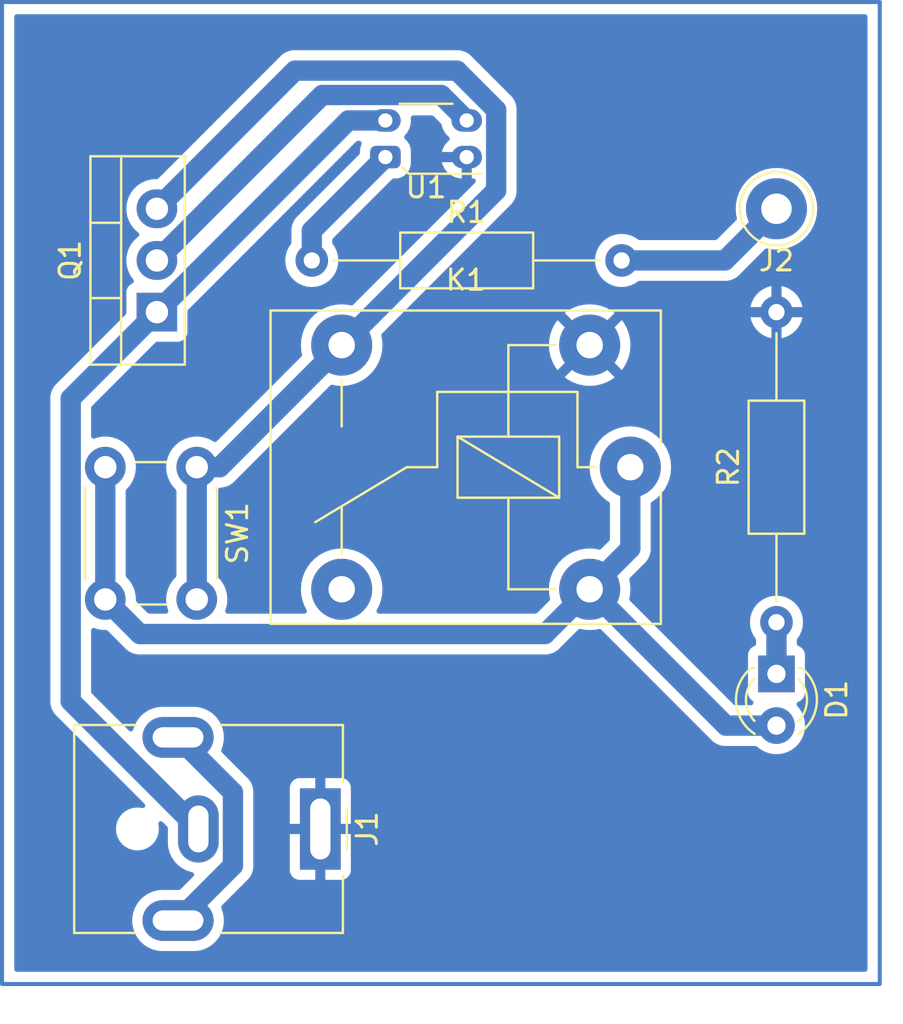
<source format=kicad_pcb>
(kicad_pcb (version 20221018) (generator pcbnew)
  (layers (0 "F.Cu" signal) (31 "B.Cu" signal) (34 "B.Paste" user) (35 "F.Paste" user) (36 "B.SilkS" user "B.Silkscreen") (37 "F.SilkS" user "F.Silkscreen") (38 "B.Mask" user) (39 "F.Mask" user) (44 "Edge.Cuts" user))
  (net 0 "")
  (net 1 "Net-(D1-K)")
  (net 2 "Net-(D1-A)")
  (net 3 "Net-(J1-Pin_2)")
  (net 4 "unconnected-(J1-MountPin-PadMP)")
  (net 5 "Net-(J2-Pin_1)")
  (net 7 "Net-(Q1-E)")
  (net 8 "Net-(Q1-B)")
  (net 9 "Net-(U1-A)")
  (net 10 "Earth")
  (footprint "Relay_THT:Relay_SPDT_Finder_36.11" (layer "F.Cu") (at 140.13 101.6 180)
    (fp_text reference "K1" (at 8.1 9.2) (layer "F.SilkS"))
    (fp_text value "RAYEX-L90S")
    (fp_line (start -1.5 -7.7) (end -1.5 -1.2) (stroke (width 0.12)) (layer "F.SilkS"))
    (fp_line (start -1.5 -7.7) (end 17.7 -7.7) (stroke (width 0.12)) (layer "F.SilkS"))
    (fp_line (start -1.5 1.2) (end -1.5 7.7) (stroke (width 0.12)) (layer "F.SilkS"))
    (fp_line (start 2.6 0) (end 1.7 0) (stroke (width 0.12)) (layer "F.SilkS"))
    (fp_line (start 2.6 0) (end 2.6 3.7) (stroke (width 0.12)) (layer "F.SilkS"))
    (fp_line (start 3.5 -1.5) (end 8.5 -1.5) (stroke (width 0.12)) (layer "F.SilkS"))
    (fp_line (start 3.5 1.5) (end 3.5 -1.5) (stroke (width 0.12)) (layer "F.SilkS"))
    (fp_line (start 3.7 6) (end 6 6) (stroke (width 0.12)) (layer "F.SilkS"))
    (fp_line (start 6 -6) (end 3.7 -6) (stroke (width 0.12)) (layer "F.SilkS"))
    (fp_line (start 6 -6) (end 6 -1.5) (stroke (width 0.12)) (layer "F.SilkS"))
    (fp_line (start 6 1.5) (end 6 6) (stroke (width 0.12)) (layer "F.SilkS"))
    (fp_line (start 8.5 -1.5) (end 8.5 1.5) (stroke (width 0.12)) (layer "F.SilkS"))
    (fp_line (start 8.5 1.5) (end 3.5 -1.5) (stroke (width 0.12)) (layer "F.SilkS"))
    (fp_line (start 8.5 1.5) (end 3.5 1.5) (stroke (width 0.12)) (layer "F.SilkS"))
    (fp_line (start 9.5 0) (end 9.5 3.7) (stroke (width 0.12)) (layer "F.SilkS"))
    (fp_line (start 9.5 0) (end 11 0) (stroke (width 0.12)) (layer "F.SilkS"))
    (fp_line (start 9.5 3.7) (end 2.6 3.7) (stroke (width 0.12)) (layer "F.SilkS"))
    (fp_line (start 11 0) (end 15.5 -2.7) (stroke (width 0.12)) (layer "F.SilkS"))
    (fp_line (start 14.2 -4.3) (end 14.2 -2) (stroke (width 0.12)) (layer "F.SilkS"))
    (fp_line (start 14.2 4.3) (end 14.2 2) (stroke (width 0.12)) (layer "F.SilkS"))
    (fp_line (start 17.7 -7.7) (end 17.7 7.7) (stroke (width 0.12)) (layer "F.SilkS"))
    (fp_line (start 17.7 7.7) (end -1.5 7.7) (stroke (width 0.12)) (layer "F.SilkS"))
    (pad "11" thru_hole circle (at 0 0 180) (size 3 3) (drill 1.3) (layers "*.Cu" "*.Mask") (net 2 "Net-(D1-A)"))
    (pad "12" thru_hole circle (at 14.2 -6 180) (size 3 3) (drill 1.3) (layers "*.Cu" "*.Mask"))
    (pad "14" thru_hole circle (at 14.2 6 180) (size 3 3) (drill 1.3) (layers "*.Cu" "*.Mask") (net 7 "Net-(Q1-E)"))
    (pad "A1" thru_hole circle (at 2 6 180) (size 3 3) (drill 1.3) (layers "*.Cu" "*.Mask") (net 10 "Earth"))
    (pad "A2" thru_hole circle (at 2 -6 180) (size 3 3) (drill 1.3) (layers "*.Cu" "*.Mask") (net 2 "Net-(D1-A)"))
  )
  (footprint "Package_TO_SOT_THT:TO-220-3_Vertical" (layer "F.Cu") (at 116.84 93.98 90)
    (fp_text reference "Q1" (at 2.54 -4.27 90) (layer "F.SilkS"))
    (fp_text value "NPN")
    (fp_line (start -2.58 -3.27) (end -2.58 1.371) (stroke (width 0.12)) (layer "F.SilkS"))
    (fp_line (start -2.58 -3.27) (end 7.66 -3.27) (stroke (width 0.12)) (layer "F.SilkS"))
    (fp_line (start -2.58 -1.76) (end 7.66 -1.76) (stroke (width 0.12)) (layer "F.SilkS"))
    (fp_line (start -2.58 1.371) (end 7.66 1.371) (stroke (width 0.12)) (layer "F.SilkS"))
    (fp_line (start 0.69 -3.27) (end 0.69 -1.76) (stroke (width 0.12)) (layer "F.SilkS"))
    (fp_line (start 4.391 -3.27) (end 4.391 -1.76) (stroke (width 0.12)) (layer "F.SilkS"))
    (fp_line (start 7.66 -3.27) (end 7.66 1.371) (stroke (width 0.12)) (layer "F.SilkS"))
    (pad "1" thru_hole rect (at 0 0 90) (size 1.905 2) (drill 1.1) (layers "*.Cu" "*.Mask") (net 3 "Net-(J1-Pin_2)"))
    (pad "2" thru_hole oval (at 2.54 0 90) (size 1.905 2) (drill 1.1) (layers "*.Cu" "*.Mask") (net 8 "Net-(Q1-B)"))
    (pad "3" thru_hole oval (at 5.08 0 90) (size 1.905 2) (drill 1.1) (layers "*.Cu" "*.Mask") (net 7 "Net-(Q1-E)"))
  )
  (footprint "OptoDevice:OnSemi_CASE100AQ" (layer "F.Cu") (at 128.08 86.36 90)
    (fp_text reference "U1" (at -1.5 2) (layer "F.SilkS"))
    (fp_text value "NSL-32")
    (fp_line (start -0.82 1.15) (end -0.82 4.73) (stroke (width 0.12)) (layer "F.SilkS"))
    (fp_line (start -0.49 0.82) (end -0.82 1.15) (stroke (width 0.12)) (layer "F.SilkS"))
    (fp_line (start 2.62 3.3) (end 2.62 0.7) (stroke (width 0.12)) (layer "F.SilkS"))
    (pad "1" thru_hole roundrect (at 0 0 90) (size 1.1 1.5) (drill 0.7) (layers "*.Cu" "*.Mask") (net 9 "Net-(U1-A)"))
    (pad "2" thru_hole oval (at 0 4 90) (size 1.1 1.5) (drill 0.7) (layers "*.Cu" "*.Mask") (net 10 "Earth"))
    (pad "3" thru_hole oval (at 1.8 4 90) (size 1.1 1.5) (drill 0.7) (layers "*.Cu" "*.Mask") (net 8 "Net-(Q1-B)"))
    (pad "4" thru_hole oval (at 1.8 0 90) (size 1.1 1.5) (drill 0.7) (layers "*.Cu" "*.Mask") (net 3 "Net-(J1-Pin_2)"))
  )
  (footprint "Connector_BarrelJack:BarrelJack_CUI_PJ-063AH_Horizontal" (layer "F.Cu") (at 124.88 119.38 -90)
    (fp_text reference "J1" (at 0 -2.3 90) (layer "F.SilkS"))
    (fp_text value "Conn_01x02_MountingPin")
    (fp_line (start -5.11 -1.11) (end -2.3 -1.11) (stroke (width 0.12)) (layer "F.SilkS"))
    (fp_line (start -5.11 4.95) (end -5.11 -1.11) (stroke (width 0.12)) (layer "F.SilkS"))
    (fp_line (start -5.11 12.11) (end -5.11 9.05) (stroke (width 0.12)) (layer "F.SilkS"))
    (fp_line (start -1 -1.3) (end 1 -1.3) (stroke (width 0.12)) (layer "F.SilkS"))
    (fp_line (start 2.3 -1.11) (end 5.11 -1.11) (stroke (width 0.12)) (layer "F.SilkS"))
    (fp_line (start 5.11 -1.11) (end 5.11 4.95) (stroke (width 0.12)) (layer "F.SilkS"))
    (fp_line (start 5.11 9.05) (end 5.11 12.11) (stroke (width 0.12)) (layer "F.SilkS"))
    (fp_line (start 5.11 12.11) (end -5.11 12.11) (stroke (width 0.12)) (layer "F.SilkS"))
    (pad "" np_thru_hole circle (at 0 9 270) (size 1.6 1.6) (drill 1.6) (layers "*.Cu" "*.Mask"))
    (pad "1" thru_hole rect (at 0 0 270) (size 4 2) (drill oval 3 1) (layers "*.Cu" "*.Mask") (net 10 "Earth"))
    (pad "2" thru_hole oval (at 0 6 270) (size 3.3 2) (drill oval 2.3 1) (layers "*.Cu" "*.Mask") (net 3 "Net-(J1-Pin_2)"))
    (pad "MP" thru_hole oval (at -4.5 7 270) (size 2 3.5) (drill oval 1 2.5) (layers "*.Cu" "*.Mask") (net 4 "unconnected-(J1-MountPin-PadMP)"))
    (pad "MP" thru_hole oval (at 4.5 7 270) (size 2 3.5) (drill oval 1 2.5) (layers "*.Cu" "*.Mask") (net 4 "unconnected-(J1-MountPin-PadMP)"))
  )
  (footprint "Resistor_THT:R_Axial_DIN0207_L6.3mm_D2.5mm_P15.24mm_Horizontal" (layer "F.Cu") (at 147.32 109.22 90)
    (fp_text reference "R2" (at 7.62 -2.37 90) (layer "F.SilkS"))
    (fp_text value "R")
    (fp_line (start 1.04 0) (end 4.35 0) (stroke (width 0.12)) (layer "F.SilkS"))
    (fp_line (start 4.35 -1.37) (end 4.35 1.37) (stroke (width 0.12)) (layer "F.SilkS"))
    (fp_line (start 4.35 1.37) (end 10.89 1.37) (stroke (width 0.12)) (layer "F.SilkS"))
    (fp_line (start 10.89 -1.37) (end 4.35 -1.37) (stroke (width 0.12)) (layer "F.SilkS"))
    (fp_line (start 10.89 1.37) (end 10.89 -1.37) (stroke (width 0.12)) (layer "F.SilkS"))
    (fp_line (start 14.2 0) (end 10.89 0) (stroke (width 0.12)) (layer "F.SilkS"))
    (pad "1" thru_hole circle (at 0 0 90) (size 1.6 1.6) (drill 0.8) (layers "*.Cu" "*.Mask") (net 1 "Net-(D1-K)"))
    (pad "2" thru_hole oval (at 15.24 0 90) (size 1.6 1.6) (drill 0.8) (layers "*.Cu" "*.Mask") (net 10 "Earth"))
  )
  (footprint "Resistor_THT:R_Axial_DIN0207_L6.3mm_D2.5mm_P15.24mm_Horizontal" (layer "F.Cu") (at 124.46 91.44)
    (fp_text reference "R1" (at 7.62 -2.37) (layer "F.SilkS"))
    (fp_text value "R")
    (fp_line (start 1.04 0) (end 4.35 0) (stroke (width 0.12)) (layer "F.SilkS"))
    (fp_line (start 4.35 -1.37) (end 4.35 1.37) (stroke (width 0.12)) (layer "F.SilkS"))
    (fp_line (start 4.35 1.37) (end 10.89 1.37) (stroke (width 0.12)) (layer "F.SilkS"))
    (fp_line (start 10.89 -1.37) (end 4.35 -1.37) (stroke (width 0.12)) (layer "F.SilkS"))
    (fp_line (start 10.89 1.37) (end 10.89 -1.37) (stroke (width 0.12)) (layer "F.SilkS"))
    (fp_line (start 14.2 0) (end 10.89 0) (stroke (width 0.12)) (layer "F.SilkS"))
    (pad "1" thru_hole circle (at 0 0) (size 1.6 1.6) (drill 0.8) (layers "*.Cu" "*.Mask") (net 9 "Net-(U1-A)"))
    (pad "2" thru_hole oval (at 15.24 0) (size 1.6 1.6) (drill 0.8) (layers "*.Cu" "*.Mask") (net 5 "Net-(J2-Pin_1)"))
  )
  (footprint "Connector_Pin:Pin_D1.3mm_L11.0mm_LooseFit" (layer "F.Cu") (at 147.32 88.9)
    (fp_text reference "J2" (at 0 2.55) (layer "F.SilkS"))
    (fp_text value "Conn_01x01_Pin")
    (fp_circle (center 0 0) (end 1.8 0.05) (stroke (width 0.12)) (fill none) (layer "F.SilkS"))
    (pad "1" thru_hole circle (at 0 0) (size 3 3) (drill 1.5) (layers "*.Cu" "*.Mask") (net 5 "Net-(J2-Pin_1)"))
  )
  (footprint "Button_Switch_THT:SW_PUSH_6mm" (layer "F.Cu") (at 118.8 101.6 -90)
    (fp_text reference "SW1" (at 3.25 -2 90) (layer "F.SilkS"))
    (fp_text value "SW_Push")
    (fp_line (start -0.25 1.5) (end -0.25 3) (stroke (width 0.12)) (layer "F.SilkS"))
    (fp_line (start 1 5.5) (end 5.5 5.5) (stroke (width 0.12)) (layer "F.SilkS"))
    (fp_line (start 5.5 -1) (end 1 -1) (stroke (width 0.12)) (layer "F.SilkS"))
    (fp_line (start 6.75 3) (end 6.75 1.5) (stroke (width 0.12)) (layer "F.SilkS"))
    (pad "1" thru_hole circle (at 0 0) (size 2 2) (drill 1.1) (layers "*.Cu" "*.Mask") (net 7 "Net-(Q1-E)"))
    (pad "1" thru_hole circle (at 6.5 0) (size 2 2) (drill 1.1) (layers "*.Cu" "*.Mask") (net 7 "Net-(Q1-E)"))
    (pad "2" thru_hole circle (at 0 4.5) (size 2 2) (drill 1.1) (layers "*.Cu" "*.Mask") (net 2 "Net-(D1-A)"))
    (pad "2" thru_hole circle (at 6.5 4.5) (size 2 2) (drill 1.1) (layers "*.Cu" "*.Mask") (net 2 "Net-(D1-A)"))
  )
  (footprint "LED_THT:LED_D3.0mm" (layer "F.Cu") (at 147.32 111.76 -90)
    (fp_text reference "D1" (at 1.27 -2.96 90) (layer "F.SilkS"))
    (fp_text value "LED")
    (fp_line (start -0.29 -1.236) (end -0.29 -1.08) (stroke (width 0.12)) (layer "F.SilkS"))
    (fp_line (start -0.29 1.08) (end -0.29 1.236) (stroke (width 0.12)) (layer "F.SilkS"))
    (fp_arc (start -0.29 -1.235516) (mid 1.366487 -1.987659) (end 2.942335 -1.078608) (stroke (width 0.12)) (layer "F.SilkS"))
    (fp_arc (start 0.229039 -1.08) (mid 1.270117 -1.5) (end 2.31113 -1.079837) (stroke (width 0.12)) (layer "F.SilkS"))
    (fp_arc (start 2.31113 1.079837) (mid 1.270117 1.5) (end 0.229039 1.08) (stroke (width 0.12)) (layer "F.SilkS"))
    (fp_arc (start 2.942335 1.078608) (mid 1.366487 1.987659) (end -0.29 1.235516) (stroke (width 0.12)) (layer "F.SilkS"))
    (pad "1" thru_hole rect (at 0 0 270) (size 1.8 1.8) (drill 0.9) (layers "*.Cu" "*.Mask") (net 1 "Net-(D1-K)"))
    (pad "2" thru_hole circle (at 2.54 0 270) (size 1.8 1.8) (drill 0.9) (layers "*.Cu" "*.Mask") (net 2 "Net-(D1-A)"))
  )
  (gr_rect (start 109.22 78.74) (end 152.4 127) (stroke (width 0.2)) (fill none) (layer "B.Cu"))
  (segment (start 147.32 109.22) (end 147.32 111.76) (width 1) (layer "B.Cu") (net 1))
  (segment (start 140.13 101.6) (end 140.13 105.6) (width 1) (layer "B.Cu") (net 2))
  (segment (start 135.93 109.8) (end 116 109.8) (width 1) (layer "B.Cu") (net 2))
  (segment (start 138.13 107.6) (end 135.93 109.8) (width 1) (layer "B.Cu") (net 2))
  (segment (start 138.13 107.6) (end 144.83 114.3) (width 1) (layer "B.Cu") (net 2))
  (segment (start 114.3 108.1) (end 114.3 101.6) (width 1) (layer "B.Cu") (net 2))
  (segment (start 140.13 105.6) (end 138.13 107.6) (width 1) (layer "B.Cu") (net 2))
  (segment (start 144.83 114.3) (end 147.32 114.3) (width 1) (layer "B.Cu") (net 2))
  (segment (start 116 109.8) (end 114.3 108.1) (width 1) (layer "B.Cu") (net 2))
  (segment (start 112.6 113.1) (end 112.6 98.22) (width 1) (layer "B.Cu") (net 3))
  (segment (start 126.26 84.56) (end 128.08 84.56) (width 1) (layer "B.Cu") (net 3))
  (segment (start 116.84 93.98) (end 126.26 84.56) (width 1) (layer "B.Cu") (net 3))
  (segment (start 112.6 98.22) (end 116.84 93.98) (width 1) (layer "B.Cu") (net 3))
  (segment (start 118.88 119.38) (end 112.6 113.1) (width 1) (layer "B.Cu") (net 3))
  (segment (start 117.88 114.88) (end 120.58 117.58) (width 1) (layer "B.Cu") (net 4))
  (segment (start 120.58 121.18) (end 117.88 123.88) (width 1) (layer "B.Cu") (net 4))
  (segment (start 120.58 117.58) (end 120.58 121.18) (width 1) (layer "B.Cu") (net 4))
  (segment (start 144.78 91.44) (end 147.32 88.9) (width 1) (layer "B.Cu") (net 5))
  (segment (start 139.7 91.44) (end 144.78 91.44) (width 1) (layer "B.Cu") (net 5))
  (segment (start 119.93 101.6) (end 125.93 95.6) (width 1) (layer "B.Cu") (net 7))
  (segment (start 118.8 108.1) (end 118.8 101.6) (width 1) (layer "B.Cu") (net 7))
  (segment (start 123.63 82.11) (end 131.597767 82.11) (width 1) (layer "B.Cu") (net 7))
  (segment (start 131.597767 82.11) (end 133.53 84.042233) (width 1) (layer "B.Cu") (net 7))
  (segment (start 116.84 88.9) (end 123.63 82.11) (width 1) (layer "B.Cu") (net 7))
  (segment (start 118.8 101.6) (end 119.93 101.6) (width 1) (layer "B.Cu") (net 7))
  (segment (start 133.53 84.042233) (end 133.53 88) (width 1) (layer "B.Cu") (net 7))
  (segment (start 133.53 88) (end 125.93 95.6) (width 1) (layer "B.Cu") (net 7))
  (segment (start 116.84 91.44) (end 124.97 83.31) (width 1) (layer "B.Cu") (net 8))
  (segment (start 130.83 83.31) (end 132.08 84.56) (width 1) (layer "B.Cu") (net 8))
  (segment (start 124.97 83.31) (end 130.83 83.31) (width 1) (layer "B.Cu") (net 8))
  (segment (start 124.46 91.44) (end 124.46 89.98) (width 1) (layer "B.Cu") (net 9))
  (segment (start 124.46 89.98) (end 128.08 86.36) (width 1) (layer "B.Cu") (net 9))
  (zone (net 10) (net_name "Earth") (layer "B.Cu") (connect_pads (clearance 0.5)) (min_thickness 0.25) (fill yes (thermal_gap 0.5) (thermal_bridge_width 0.5))
    (polygon (pts (xy 109.22 78.74) (xy 152.4 78.74) (xy 152.4 127) (xy 109.22 127)))
  )
)
</source>
